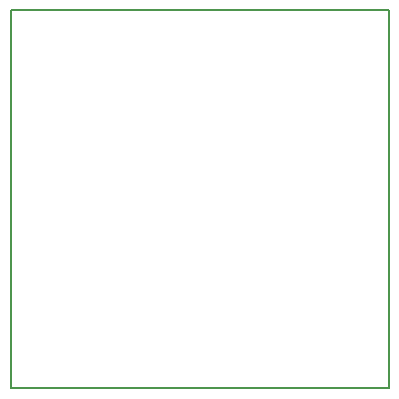
<source format=gbr>
%TF.GenerationSoftware,KiCad,Pcbnew,8.0.0*%
%TF.CreationDate,2024-06-28T18:43:35-05:00*%
%TF.ProjectId,ChessTile,43686573-7354-4696-9c65-2e6b69636164,rev?*%
%TF.SameCoordinates,Original*%
%TF.FileFunction,Profile,NP*%
%FSLAX46Y46*%
G04 Gerber Fmt 4.6, Leading zero omitted, Abs format (unit mm)*
G04 Created by KiCad (PCBNEW 8.0.0) date 2024-06-28 18:43:35*
%MOMM*%
%LPD*%
G01*
G04 APERTURE LIST*
%TA.AperFunction,Profile*%
%ADD10C,0.200000*%
%TD*%
G04 APERTURE END LIST*
D10*
X100000000Y-100000000D02*
X132000000Y-100000000D01*
X132000000Y-132000000D01*
X100000000Y-132000000D01*
X100000000Y-100000000D01*
M02*

</source>
